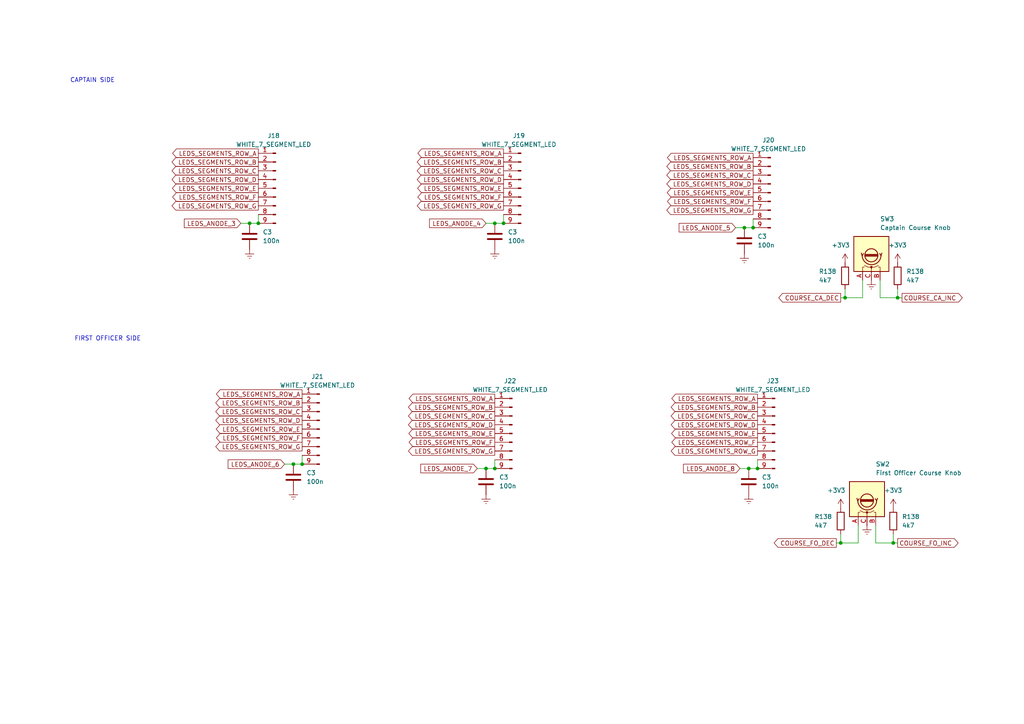
<source format=kicad_sch>
(kicad_sch (version 20230121) (generator eeschema)
  (paper "A4")
  (lib_symbols
    (symbol "Connector:Conn_01x09_Pin" (pin_names (offset 1.016) hide)
      (property "Reference" "J" (at 0 12.7 0))
      (property "Value" "Conn_01x09_Pin" (at 0 -12.7 0))
      (symbol "Conn_01x09_Pin_1_1"
        (polyline (pts (xy 1.27 -10.16) (xy 0.8636 -10.16)) (stroke (width 0.1524)))
        (polyline (pts (xy 1.27 -7.62) (xy 0.8636 -7.62)) (stroke (width 0.1524)))
        (polyline (pts (xy 1.27 -5.08) (xy 0.8636 -5.08)) (stroke (width 0.1524)))
        (polyline (pts (xy 1.27 -2.54) (xy 0.8636 -2.54)) (stroke (width 0.1524)))
        (polyline (pts (xy 1.27 0) (xy 0.8636 0)) (stroke (width 0.1524)))
        (polyline (pts (xy 1.27 2.54) (xy 0.8636 2.54)) (stroke (width 0.1524)))
        (polyline (pts (xy 1.27 5.08) (xy 0.8636 5.08)) (stroke (width 0.1524)))
        (polyline (pts (xy 1.27 7.62) (xy 0.8636 7.62)) (stroke (width 0.1524)))
        (polyline (pts (xy 1.27 10.16) (xy 0.8636 10.16)) (stroke (width 0.1524)))
        (rectangle (start 0.8636 -10.033) (end 0 -10.287) (stroke (width 0.1524)) (fill (type outline)))
        (rectangle (start 0.8636 -7.493) (end 0 -7.747) (stroke (width 0.1524)) (fill (type outline)))
        (rectangle (start 0.8636 -4.953) (end 0 -5.207) (stroke (width 0.1524)) (fill (type outline)))
        (rectangle (start 0.8636 -2.413) (end 0 -2.667) (stroke (width 0.1524)) (fill (type outline)))
        (rectangle (start 0.8636 0.127) (end 0 -0.127) (stroke (width 0.1524)) (fill (type outline)))
        (rectangle (start 0.8636 2.667) (end 0 2.413) (stroke (width 0.1524)) (fill (type outline)))
        (rectangle (start 0.8636 5.207) (end 0 4.953) (stroke (width 0.1524)) (fill (type outline)))
        (rectangle (start 0.8636 7.747) (end 0 7.493) (stroke (width 0.1524)) (fill (type outline)))
        (rectangle (start 0.8636 10.287) (end 0 10.033) (stroke (width 0.1524)) (fill (type outline)))
        (pin passive line (at 5.08 10.16 180) (length 3.81) (name "Pin_1") (number "1"))
        (pin passive line (at 5.08 7.62 180) (length 3.81) (name "Pin_2") (number "2"))
        (pin passive line (at 5.08 5.08 180) (length 3.81) (name "Pin_3") (number "3"))
        (pin passive line (at 5.08 2.54 180) (length 3.81) (name "Pin_4") (number "4"))
        (pin passive line (at 5.08 0 180) (length 3.81) (name "Pin_5") (number "5"))
        (pin passive line (at 5.08 -2.54 180) (length 3.81) (name "Pin_6") (number "6"))
        (pin passive line (at 5.08 -5.08 180) (length 3.81) (name "Pin_7") (number "7"))
        (pin passive line (at 5.08 -7.62 180) (length 3.81) (name "Pin_8") (number "8"))
        (pin passive line (at 5.08 -10.16 180) (length 3.81) (name "Pin_9") (number "9"))
      )
    )
    (symbol "Device:C" (pin_numbers hide) (pin_names (offset 0.254))
      (property "Reference" "C" (at 0.635 2.54 0))
      (property "Value" "C" (at 0.635 -2.54 0))
      (symbol "C_0_1"
        (polyline (pts (xy -2.032 -0.762) (xy 2.032 -0.762)) (stroke (width 0.508)))
        (polyline (pts (xy -2.032 0.762) (xy 2.032 0.762)) (stroke (width 0.508)))
      )
      (symbol "C_1_1"
        (pin passive line (at 0 3.81 270) (length 2.794) (name "~") (number "1"))
        (pin passive line (at 0 -3.81 90) (length 2.794) (name "~") (number "2"))
      )
    )
    (symbol "Device:R" (pin_numbers hide) (pin_names (offset 0))
      (property "Reference" "R" (at 2.032 0 90))
      (property "Value" "R" (at 0 0 90))
      (symbol "R_0_1"
        (rectangle (start -1.016 -2.54) (end 1.016 2.54) (stroke (width 0.254)))
      )
      (symbol "R_1_1"
        (pin passive line (at 0 3.81 270) (length 1.27) (name "~") (number "1"))
        (pin passive line (at 0 -3.81 90) (length 1.27) (name "~") (number "2"))
      )
    )
    (symbol "Device:RotaryEncoder" (pin_names (offset 0.254) hide)
      (property "Reference" "SW" (at 0 6.604 0))
      (property "Value" "RotaryEncoder" (at 0 -6.604 0))
      (symbol "RotaryEncoder_0_1"
        (rectangle (start -5.08 5.08) (end 5.08 -5.08) (stroke (width 0.254)) (fill (type background)))
        (circle (center -3.81 0) (radius 0.254) (fill (type outline)))
        (circle (center -0.381 0) (radius 1.905) (stroke (width 0.254)))
        (arc (start -0.381 2.667) (mid -3.0988 -0.0635) (end -0.381 -2.794) (stroke (width 0.254)))
        (polyline (pts (xy -0.635 -1.778) (xy -0.635 1.778)) (stroke (width 0.254)))
        (polyline (pts (xy -0.381 -1.778) (xy -0.381 1.778)) (stroke (width 0.254)))
        (polyline (pts (xy -0.127 1.778) (xy -0.127 -1.778)) (stroke (width 0.254)))
        (polyline (pts (xy -5.08 -2.54) (xy -3.81 -2.54) (xy -3.81 -2.032)))
        (polyline (pts (xy -5.08 2.54) (xy -3.81 2.54) (xy -3.81 2.032)))
        (polyline (pts (xy 0.254 -3.048) (xy -0.508 -2.794) (xy 0.127 -2.413)) (stroke (width 0.254)))
        (polyline (pts (xy 0.254 2.921) (xy -0.508 2.667) (xy 0.127 2.286)) (stroke (width 0.254)))
        (polyline (pts (xy -5.08 0) (xy -3.81 0) (xy -3.81 -1.016) (xy -3.302 -2.032)))
        (polyline (pts (xy -4.318 0) (xy -3.81 0) (xy -3.81 1.016) (xy -3.302 2.032)))
      )
      (symbol "RotaryEncoder_1_1"
        (pin passive line (at -7.62 2.54 0) (length 2.54) (name "A") (number "A"))
        (pin passive line (at -7.62 -2.54 0) (length 2.54) (name "B") (number "B"))
        (pin passive line (at -7.62 0 0) (length 2.54) (name "C") (number "C"))
      )
    )
    (symbol "power:+3V3" (power) (pin_names (offset 0))
      (property "Value" "+3V3" (at 0 3.556 0))
      (symbol "+3V3_0_1"
        (polyline (pts (xy -0.762 1.27) (xy 0 2.54)))
        (polyline (pts (xy 0 0) (xy 0 2.54)))
        (polyline (pts (xy 0 2.54) (xy 0.762 1.27)))
      )
      (symbol "+3V3_1_1"
        (pin power_in line (at 0 0 90) (length 0) hide (name "+3V3") (number "1"))
      )
    )
    (symbol "power:Earth" (power) (pin_names (offset 0))
      (symbol "Earth_0_1"
        (polyline (pts (xy -0.635 -1.905) (xy 0.635 -1.905)))
        (polyline (pts (xy -0.127 -2.54) (xy 0.127 -2.54)))
        (polyline (pts (xy 0 -1.27) (xy 0 0)))
        (polyline (pts (xy 1.27 -1.27) (xy -1.27 -1.27)))
      )
      (symbol "Earth_1_1"
        (pin power_in line (at 0 0 270) (length 0) hide (name "Earth") (number "1"))
      )
    )
  )
  (junction (at 243.84 157.48))
  (junction (at 259.08 157.48))
  (junction (at 72.39 64.77))
  (junction (at 87.63 134.62))
  (junction (at 217.17 135.89))
  (junction (at 219.71 135.89))
  (junction (at 260.35 86.36))
  (junction (at 143.51 64.77))
  (junction (at 218.44 66.04))
  (junction (at 140.97 135.89))
  (junction (at 74.93 64.77))
  (junction (at 215.9 66.04))
  (junction (at 146.05 64.77))
  (junction (at 143.51 135.89))
  (junction (at 245.11 86.36))
  (junction (at 85.09 134.62))
  (wire (pts (xy 254 152.4) (xy 254 157.48)))
  (wire (pts (xy 140.97 135.89) (xy 143.51 135.89)))
  (wire (pts (xy 254 157.48) (xy 259.08 157.48)))
  (wire (pts (xy 242.57 157.48) (xy 243.84 157.48)))
  (wire (pts (xy 245.11 86.36) (xy 250.19 86.36)))
  (wire (pts (xy 245.11 83.82) (xy 245.11 86.36)))
  (wire (pts (xy 219.71 133.35) (xy 219.71 135.89)))
  (wire (pts (xy 255.27 86.36) (xy 260.35 86.36)))
  (wire (pts (xy 260.35 86.36) (xy 261.62 86.36)))
  (wire (pts (xy 259.08 154.94) (xy 259.08 157.48)))
  (wire (pts (xy 138.43 135.89) (xy 140.97 135.89)))
  (wire (pts (xy 72.39 64.77) (xy 74.93 64.77)))
  (wire (pts (xy 215.9 66.04) (xy 218.44 66.04)))
  (wire (pts (xy 259.08 157.48) (xy 260.35 157.48)))
  (wire (pts (xy 243.84 157.48) (xy 248.92 157.48)))
  (wire (pts (xy 243.84 154.94) (xy 243.84 157.48)))
  (wire (pts (xy 218.44 63.5) (xy 218.44 66.04)))
  (wire (pts (xy 255.27 81.28) (xy 255.27 86.36)))
  (wire (pts (xy 69.85 64.77) (xy 72.39 64.77)))
  (wire (pts (xy 248.92 157.48) (xy 248.92 152.4)))
  (wire (pts (xy 243.84 86.36) (xy 245.11 86.36)))
  (wire (pts (xy 82.55 134.62) (xy 85.09 134.62)))
  (wire (pts (xy 74.93 62.23) (xy 74.93 64.77)))
  (wire (pts (xy 260.35 83.82) (xy 260.35 86.36)))
  (wire (pts (xy 87.63 132.08) (xy 87.63 134.62)))
  (wire (pts (xy 140.97 64.77) (xy 143.51 64.77)))
  (wire (pts (xy 146.05 62.23) (xy 146.05 64.77)))
  (wire (pts (xy 85.09 134.62) (xy 87.63 134.62)))
  (wire (pts (xy 217.17 135.89) (xy 219.71 135.89)))
  (wire (pts (xy 143.51 64.77) (xy 146.05 64.77)))
  (wire (pts (xy 143.51 133.35) (xy 143.51 135.89)))
  (wire (pts (xy 214.63 135.89) (xy 217.17 135.89)))
  (wire (pts (xy 250.19 86.36) (xy 250.19 81.28)))
  (wire (pts (xy 213.36 66.04) (xy 215.9 66.04)))
  (text "FIRST OFFICER SIDE" (at 21.59 99.06 0) (effects (font (size 1.27 1.27)) (justify left bottom)))
  (text "CAPTAIN SIDE" (at 20.32 24.13 0) (effects (font (size 1.27 1.27)) (justify left bottom)))
  (global_label "LEDS_SEGMENTS_ROW_E" (shape output) (at 219.71 125.73 180) (property "Intersheetrefs" "${INTERSHEET_REFS}" (effects hide)))
  (global_label "LEDS_SEGMENTS_ROW_D" (shape output) (at 143.51 123.19 180) (property "Intersheetrefs" "${INTERSHEET_REFS}" (effects hide)))
  (global_label "LEDS_SEGMENTS_ROW_F" (shape output) (at 219.71 128.27 180) (property "Intersheetrefs" "${INTERSHEET_REFS}" (effects hide)))
  (global_label "LEDS_SEGMENTS_ROW_C" (shape output) (at 87.63 119.38 180) (property "Intersheetrefs" "${INTERSHEET_REFS}" (effects hide)))
  (global_label "LEDS_SEGMENTS_ROW_E" (shape output) (at 87.63 124.46 180) (property "Intersheetrefs" "${INTERSHEET_REFS}" (effects hide)))
  (global_label "LEDS_SEGMENTS_ROW_A" (shape output) (at 218.44 45.72 180) (property "Intersheetrefs" "${INTERSHEET_REFS}" (effects hide)))
  (global_label "LEDS_SEGMENTS_ROW_A" (shape output) (at 143.51 115.57 180) (property "Intersheetrefs" "${INTERSHEET_REFS}" (effects hide)))
  (global_label "LEDS_SEGMENTS_ROW_B" (shape output) (at 218.44 48.26 180) (property "Intersheetrefs" "${INTERSHEET_REFS}" (effects hide)))
  (global_label "LEDS_ANODE_4" (shape input) (at 140.97 64.77 180) (property "Intersheetrefs" "${INTERSHEET_REFS}" (effects hide)))
  (global_label "LEDS_SEGMENTS_ROW_G" (shape output) (at 146.05 59.69 180) (property "Intersheetrefs" "${INTERSHEET_REFS}" (effects hide)))
  (global_label "LEDS_SEGMENTS_ROW_B" (shape output) (at 143.51 118.11 180) (property "Intersheetrefs" "${INTERSHEET_REFS}" (effects hide)))
  (global_label "LEDS_SEGMENTS_ROW_F" (shape output) (at 74.93 57.15 180) (property "Intersheetrefs" "${INTERSHEET_REFS}" (effects hide)))
  (global_label "LEDS_SEGMENTS_ROW_A" (shape output) (at 219.71 115.57 180) (property "Intersheetrefs" "${INTERSHEET_REFS}" (effects hide)))
  (global_label "LEDS_SEGMENTS_ROW_B" (shape output) (at 87.63 116.84 180) (property "Intersheetrefs" "${INTERSHEET_REFS}" (effects hide)))
  (global_label "LEDS_SEGMENTS_ROW_C" (shape output) (at 218.44 50.8 180) (property "Intersheetrefs" "${INTERSHEET_REFS}" (effects hide)))
  (global_label "LEDS_SEGMENTS_ROW_D" (shape output) (at 87.63 121.92 180) (property "Intersheetrefs" "${INTERSHEET_REFS}" (effects hide)))
  (global_label "LEDS_ANODE_5" (shape input) (at 213.36 66.04 180) (property "Intersheetrefs" "${INTERSHEET_REFS}" (effects hide)))
  (global_label "LEDS_SEGMENTS_ROW_C" (shape output) (at 219.71 120.65 180) (property "Intersheetrefs" "${INTERSHEET_REFS}" (effects hide)))
  (global_label "LEDS_SEGMENTS_ROW_D" (shape output) (at 74.93 52.07 180) (property "Intersheetrefs" "${INTERSHEET_REFS}" (effects hide)))
  (global_label "LEDS_SEGMENTS_ROW_G" (shape output) (at 143.51 130.81 180) (property "Intersheetrefs" "${INTERSHEET_REFS}" (effects hide)))
  (global_label "LEDS_SEGMENTS_ROW_D" (shape output) (at 146.05 52.07 180) (property "Intersheetrefs" "${INTERSHEET_REFS}" (effects hide)))
  (global_label "COURSE_CA_DEC" (shape output) (at 243.84 86.36 180) (property "Intersheetrefs" "${INTERSHEET_REFS}" (effects hide)))
  (global_label "LEDS_SEGMENTS_ROW_E" (shape output) (at 143.51 125.73 180) (property "Intersheetrefs" "${INTERSHEET_REFS}" (effects hide)))
  (global_label "LEDS_ANODE_7" (shape input) (at 138.43 135.89 180) (property "Intersheetrefs" "${INTERSHEET_REFS}" (effects hide)))
  (global_label "LEDS_SEGMENTS_ROW_G" (shape output) (at 219.71 130.81 180) (property "Intersheetrefs" "${INTERSHEET_REFS}" (effects hide)))
  (global_label "LEDS_ANODE_3" (shape input) (at 69.85 64.77 180) (property "Intersheetrefs" "${INTERSHEET_REFS}" (effects hide)))
  (global_label "LEDS_SEGMENTS_ROW_F" (shape output) (at 143.51 128.27 180) (property "Intersheetrefs" "${INTERSHEET_REFS}" (effects hide)))
  (global_label "LEDS_SEGMENTS_ROW_E" (shape output) (at 218.44 55.88 180) (property "Intersheetrefs" "${INTERSHEET_REFS}" (effects hide)))
  (global_label "LEDS_SEGMENTS_ROW_F" (shape output) (at 218.44 58.42 180) (property "Intersheetrefs" "${INTERSHEET_REFS}" (effects hide)))
  (global_label "LEDS_SEGMENTS_ROW_D" (shape output) (at 218.44 53.34 180) (property "Intersheetrefs" "${INTERSHEET_REFS}" (effects hide)))
  (global_label "LEDS_SEGMENTS_ROW_B" (shape output) (at 219.71 118.11 180) (property "Intersheetrefs" "${INTERSHEET_REFS}" (effects hide)))
  (global_label "LEDS_SEGMENTS_ROW_A" (shape output) (at 74.93 44.45 180) (property "Intersheetrefs" "${INTERSHEET_REFS}" (effects hide)))
  (global_label "COURSE_FO_DEC" (shape output) (at 242.57 157.48 180) (property "Intersheetrefs" "${INTERSHEET_REFS}" (effects hide)))
  (global_label "LEDS_SEGMENTS_ROW_C" (shape output) (at 74.93 49.53 180) (property "Intersheetrefs" "${INTERSHEET_REFS}" (effects hide)))
  (global_label "COURSE_FO_INC" (shape output) (at 260.35 157.48 0) (property "Intersheetrefs" "${INTERSHEET_REFS}" (effects hide)))
  (global_label "LEDS_SEGMENTS_ROW_D" (shape output) (at 219.71 123.19 180) (property "Intersheetrefs" "${INTERSHEET_REFS}" (effects hide)))
  (global_label "LEDS_SEGMENTS_ROW_C" (shape output) (at 143.51 120.65 180) (property "Intersheetrefs" "${INTERSHEET_REFS}" (effects hide)))
  (global_label "LEDS_SEGMENTS_ROW_G" (shape output) (at 218.44 60.96 180) (property "Intersheetrefs" "${INTERSHEET_REFS}" (effects hide)))
  (global_label "LEDS_SEGMENTS_ROW_B" (shape output) (at 74.93 46.99 180) (property "Intersheetrefs" "${INTERSHEET_REFS}" (effects hide)))
  (global_label "LEDS_SEGMENTS_ROW_E" (shape output) (at 146.05 54.61 180) (property "Intersheetrefs" "${INTERSHEET_REFS}" (effects hide)))
  (global_label "COURSE_CA_INC" (shape output) (at 261.62 86.36 0) (property "Intersheetrefs" "${INTERSHEET_REFS}" (effects hide)))
  (global_label "LEDS_ANODE_6" (shape input) (at 82.55 134.62 180) (property "Intersheetrefs" "${INTERSHEET_REFS}" (effects hide)))
  (global_label "LEDS_SEGMENTS_ROW_C" (shape output) (at 146.05 49.53 180) (property "Intersheetrefs" "${INTERSHEET_REFS}" (effects hide)))
  (global_label "LEDS_SEGMENTS_ROW_A" (shape output) (at 87.63 114.3 180) (property "Intersheetrefs" "${INTERSHEET_REFS}" (effects hide)))
  (global_label "LEDS_SEGMENTS_ROW_F" (shape output) (at 87.63 127 180) (property "Intersheetrefs" "${INTERSHEET_REFS}" (effects hide)))
  (global_label "LEDS_SEGMENTS_ROW_G" (shape output) (at 74.93 59.69 180) (property "Intersheetrefs" "${INTERSHEET_REFS}" (effects hide)))
  (global_label "LEDS_ANODE_8" (shape input) (at 214.63 135.89 180) (property "Intersheetrefs" "${INTERSHEET_REFS}" (effects hide)))
  (global_label "LEDS_SEGMENTS_ROW_G" (shape output) (at 87.63 129.54 180) (property "Intersheetrefs" "${INTERSHEET_REFS}" (effects hide)))
  (global_label "LEDS_SEGMENTS_ROW_E" (shape output) (at 74.93 54.61 180) (property "Intersheetrefs" "${INTERSHEET_REFS}" (effects hide)))
  (global_label "LEDS_SEGMENTS_ROW_B" (shape output) (at 146.05 46.99 180) (property "Intersheetrefs" "${INTERSHEET_REFS}" (effects hide)))
  (global_label "LEDS_SEGMENTS_ROW_F" (shape output) (at 146.05 57.15 180) (property "Intersheetrefs" "${INTERSHEET_REFS}" (effects hide)))
  (global_label "LEDS_SEGMENTS_ROW_A" (shape output) (at 146.05 44.45 180) (property "Intersheetrefs" "${INTERSHEET_REFS}" (effects hide)))
  (symbol (lib_id "Device:R") (at 259.08 151.13 0) (unit 1)
    (property "Reference" "R138" (at 261.62 149.86 0) (effects (justify left)))
    (property "Value" "4k7" (at 261.62 152.4 0) (effects (justify left)))
    (property "Footprint" "Resistor_SMD:R_0402_1005Metric" (effects hide))
    (instances (project "mcpElectronicsv2" (path "" (reference "R138") (unit 1)) (path "" (reference "R143") (unit 1))))
  )
  (symbol (lib_id "Device:C") (at 85.09 138.43 0) (unit 1)
    (property "Reference" "C3" (at 88.9 137.16 0) (effects (justify left)))
    (property "Value" "100n" (at 88.9 139.7 0) (effects (justify left)))
    (property "Footprint" "Capacitor_SMD:C_0402_1005Metric" (effects hide))
    (instances (project "mcpElectronicsv2" (path "" (reference "C3") (unit 1)) (path "" (reference "C11") (unit 1))))
  )
  (symbol (lib_id "Device:RotaryEncoder") (at 251.46 144.78 90) (unit 1)
    (property "Reference" "SW2" (at 254 134.62 90) (effects (justify right)))
    (property "Value" "First Officer Course Knob" (at 254 137.16 90) (effects (justify right)))
    (property "Footprint" "Connector_PinHeader_2.54mm:PinHeader_1x03_P2.54mm_Vertical" (effects hide))
  )
  (symbol (lib_id "power:+3V3") (at 259.08 147.32 0) (unit 1)
    (property "Reference" "#PWR0107" (effects hide))
    (property "Value" "+3V3" (at 259.08 142.24 0))
    (instances (project "mcpElectronicsv2" (path "" (reference "#PWR0107") (unit 1)) (path "" (reference "#PWR0172") (unit 1))))
  )
  (symbol (lib_id "Device:RotaryEncoder") (at 252.73 73.66 90) (unit 1)
    (property "Reference" "SW3" (at 255.27 63.5 90) (effects (justify right)))
    (property "Value" "Captain Course Knob" (at 255.27 66.04 90) (effects (justify right)))
    (property "Footprint" "Connector_PinHeader_2.54mm:PinHeader_1x03_P2.54mm_Vertical" (effects hide))
  )
  (symbol (lib_id "power:Earth") (at 252.73 81.28 0) (unit 1)
    (property "Reference" "#PWR0116" (effects hide))
    (property "Value" "Earth" (effects hide))
  )
  (symbol (lib_id "power:Earth") (at 72.39 72.39 0) (unit 1)
    (property "Reference" "#PWR049" (effects hide))
    (property "Value" "Earth" (effects hide))
    (instances (project "mcpElectronicsv2" (path "" (reference "#PWR049") (unit 1)) (path "" (reference "#PWR015") (unit 1)) (path "" (reference "#PWR023") (unit 1))))
  )
  (symbol (lib_id "Connector:Conn_01x09_Pin") (at 148.59 125.73 0) (mirror y) (unit 1)
    (property "Reference" "J22" (at 147.955 110.49 0))
    (property "Value" "WHITE_7_SEGMENT_LED" (at 147.955 113.03 0))
    (property "Footprint" "Connector_PinHeader_2.54mm:PinHeader_1x09_P2.54mm_Vertical" (effects hide))
  )
  (symbol (lib_id "power:Earth") (at 217.17 143.51 0) (unit 1)
    (property "Reference" "#PWR049" (effects hide))
    (property "Value" "Earth" (effects hide))
    (instances (project "mcpElectronicsv2" (path "" (reference "#PWR049") (unit 1)) (path "" (reference "#PWR015") (unit 1)) (path "" (reference "#PWR033") (unit 1))))
  )
  (symbol (lib_id "Device:C") (at 215.9 69.85 0) (unit 1)
    (property "Reference" "C3" (at 219.71 68.58 0) (effects (justify left)))
    (property "Value" "100n" (at 219.71 71.12 0) (effects (justify left)))
    (property "Footprint" "Capacitor_SMD:C_0402_1005Metric" (effects hide))
    (instances (project "mcpElectronicsv2" (path "" (reference "C3") (unit 1)) (path "" (reference "C10") (unit 1))))
  )
  (symbol (lib_id "Device:R") (at 243.84 151.13 0) (unit 1)
    (property "Reference" "R138" (at 236.22 149.86 0) (effects (justify left)))
    (property "Value" "4k7" (at 236.22 152.4 0) (effects (justify left)))
    (property "Footprint" "Resistor_SMD:R_0402_1005Metric" (effects hide))
    (instances (project "mcpElectronicsv2" (path "" (reference "R138") (unit 1)) (path "" (reference "R142") (unit 1))))
  )
  (symbol (lib_id "power:Earth") (at 143.51 72.39 0) (unit 1)
    (property "Reference" "#PWR049" (effects hide))
    (property "Value" "Earth" (effects hide))
    (instances (project "mcpElectronicsv2" (path "" (reference "#PWR049") (unit 1)) (path "" (reference "#PWR015") (unit 1)) (path "" (reference "#PWR025") (unit 1))))
  )
  (symbol (lib_id "power:+3V3") (at 243.84 147.32 0) (unit 1)
    (property "Reference" "#PWR0107" (effects hide))
    (property "Value" "+3V3" (at 242.57 142.24 0))
    (instances (project "mcpElectronicsv2" (path "" (reference "#PWR0107") (unit 1)) (path "" (reference "#PWR0171") (unit 1))))
  )
  (symbol (lib_id "Device:C") (at 140.97 139.7 0) (unit 1)
    (property "Reference" "C3" (at 144.78 138.43 0) (effects (justify left)))
    (property "Value" "100n" (at 144.78 140.97 0) (effects (justify left)))
    (property "Footprint" "Capacitor_SMD:C_0402_1005Metric" (effects hide))
    (instances (project "mcpElectronicsv2" (path "" (reference "C3") (unit 1)) (path "" (reference "C12") (unit 1))))
  )
  (symbol (lib_id "power:Earth") (at 215.9 73.66 0) (unit 1)
    (property "Reference" "#PWR049" (effects hide))
    (property "Value" "Earth" (effects hide))
    (instances (project "mcpElectronicsv2" (path "" (reference "#PWR049") (unit 1)) (path "" (reference "#PWR015") (unit 1)) (path "" (reference "#PWR027") (unit 1))))
  )
  (symbol (lib_id "Device:R") (at 260.35 80.01 0) (unit 1)
    (property "Reference" "R138" (at 262.89 78.74 0) (effects (justify left)))
    (property "Value" "4k7" (at 262.89 81.28 0) (effects (justify left)))
    (property "Footprint" "Resistor_SMD:R_0402_1005Metric" (effects hide))
    (instances (project "mcpElectronicsv2" (path "" (reference "R138") (unit 1)) (path "" (reference "R141") (unit 1))))
  )
  (symbol (lib_id "Connector:Conn_01x09_Pin") (at 151.13 54.61 0) (mirror y) (unit 1)
    (property "Reference" "J19" (at 150.495 39.37 0))
    (property "Value" "WHITE_7_SEGMENT_LED" (at 150.495 41.91 0))
    (property "Footprint" "Connector_PinHeader_2.54mm:PinHeader_1x09_P2.54mm_Vertical" (effects hide))
  )
  (symbol (lib_id "Connector:Conn_01x09_Pin") (at 224.79 125.73 0) (mirror y) (unit 1)
    (property "Reference" "J23" (at 224.155 110.49 0))
    (property "Value" "WHITE_7_SEGMENT_LED" (at 224.155 113.03 0))
    (property "Footprint" "Connector_PinHeader_2.54mm:PinHeader_1x09_P2.54mm_Vertical" (effects hide))
  )
  (symbol (lib_id "Connector:Conn_01x09_Pin") (at 92.71 124.46 0) (mirror y) (unit 1)
    (property "Reference" "J21" (at 92.075 109.22 0))
    (property "Value" "WHITE_7_SEGMENT_LED" (at 92.075 111.76 0))
    (property "Footprint" "Connector_PinHeader_2.54mm:PinHeader_1x09_P2.54mm_Vertical" (effects hide))
  )
  (symbol (lib_id "power:Earth") (at 85.09 142.24 0) (unit 1)
    (property "Reference" "#PWR049" (effects hide))
    (property "Value" "Earth" (effects hide))
    (instances (project "mcpElectronicsv2" (path "" (reference "#PWR049") (unit 1)) (path "" (reference "#PWR015") (unit 1)) (path "" (reference "#PWR029") (unit 1))))
  )
  (symbol (lib_id "Device:C") (at 217.17 139.7 0) (unit 1)
    (property "Reference" "C3" (at 220.98 138.43 0) (effects (justify left)))
    (property "Value" "100n" (at 220.98 140.97 0) (effects (justify left)))
    (property "Footprint" "Capacitor_SMD:C_0402_1005Metric" (effects hide))
    (instances (project "mcpElectronicsv2" (path "" (reference "C3") (unit 1)) (path "" (reference "C13") (unit 1))))
  )
  (symbol (lib_id "power:+3V3") (at 260.35 76.2 0) (unit 1)
    (property "Reference" "#PWR0107" (effects hide))
    (property "Value" "+3V3" (at 260.35 71.12 0))
    (instances (project "mcpElectronicsv2" (path "" (reference "#PWR0107") (unit 1)) (path "" (reference "#PWR0170") (unit 1))))
  )
  (symbol (lib_id "power:Earth") (at 251.46 152.4 0) (unit 1)
    (property "Reference" "#PWR0117" (effects hide))
    (property "Value" "Earth" (effects hide))
  )
  (symbol (lib_id "Connector:Conn_01x09_Pin") (at 80.01 54.61 0) (mirror y) (unit 1)
    (property "Reference" "J18" (at 79.375 39.37 0))
    (property "Value" "WHITE_7_SEGMENT_LED" (at 79.375 41.91 0))
    (property "Footprint" "Connector_PinHeader_2.54mm:PinHeader_1x09_P2.54mm_Vertical" (effects hide))
  )
  (symbol (lib_id "Device:R") (at 245.11 80.01 0) (unit 1)
    (property "Reference" "R138" (at 237.49 78.74 0) (effects (justify left)))
    (property "Value" "4k7" (at 237.49 81.28 0) (effects (justify left)))
    (property "Footprint" "Resistor_SMD:R_0402_1005Metric" (effects hide))
    (instances (project "mcpElectronicsv2" (path "" (reference "R138") (unit 1)) (path "" (reference "R140") (unit 1))))
  )
  (symbol (lib_id "Device:C") (at 72.39 68.58 0) (unit 1)
    (property "Reference" "C3" (at 76.2 67.31 0) (effects (justify left)))
    (property "Value" "100n" (at 76.2 69.85 0) (effects (justify left)))
    (property "Footprint" "Capacitor_SMD:C_0402_1005Metric" (effects hide))
    (instances (project "mcpElectronicsv2" (path "" (reference "C3") (unit 1)) (path "" (reference "C8") (unit 1))))
  )
  (symbol (lib_id "power:Earth") (at 140.97 143.51 0) (unit 1)
    (property "Reference" "#PWR049" (effects hide))
    (property "Value" "Earth" (effects hide))
    (instances (project "mcpElectronicsv2" (path "" (reference "#PWR049") (unit 1)) (path "" (reference "#PWR015") (unit 1)) (path "" (reference "#PWR031") (unit 1))))
  )
  (symbol (lib_id "Connector:Conn_01x09_Pin") (at 223.52 55.88 0) (mirror y) (unit 1)
    (property "Reference" "J20" (at 222.885 40.64 0))
    (property "Value" "WHITE_7_SEGMENT_LED" (at 222.885 43.18 0))
    (property "Footprint" "Connector_PinHeader_2.54mm:PinHeader_1x09_P2.54mm_Vertical" (effects hide))
  )
  (symbol (lib_id "power:+3V3") (at 245.11 76.2 0) (unit 1)
    (property "Reference" "#PWR0107" (effects hide))
    (property "Value" "+3V3" (at 243.84 71.12 0))
    (instances (project "mcpElectronicsv2" (path "" (reference "#PWR0107") (unit 1)) (path "" (reference "#PWR0169") (unit 1))))
  )
  (symbol (lib_id "Device:C") (at 143.51 68.58 0) (unit 1)
    (property "Reference" "C3" (at 147.32 67.31 0) (effects (justify left)))
    (property "Value" "100n" (at 147.32 69.85 0) (effects (justify left)))
    (property "Footprint" "Capacitor_SMD:C_0402_1005Metric" (effects hide))
    (instances (project "mcpElectronicsv2" (path "" (reference "C3") (unit 1)) (path "" (reference "C9") (unit 1))))
  )
)
</source>
